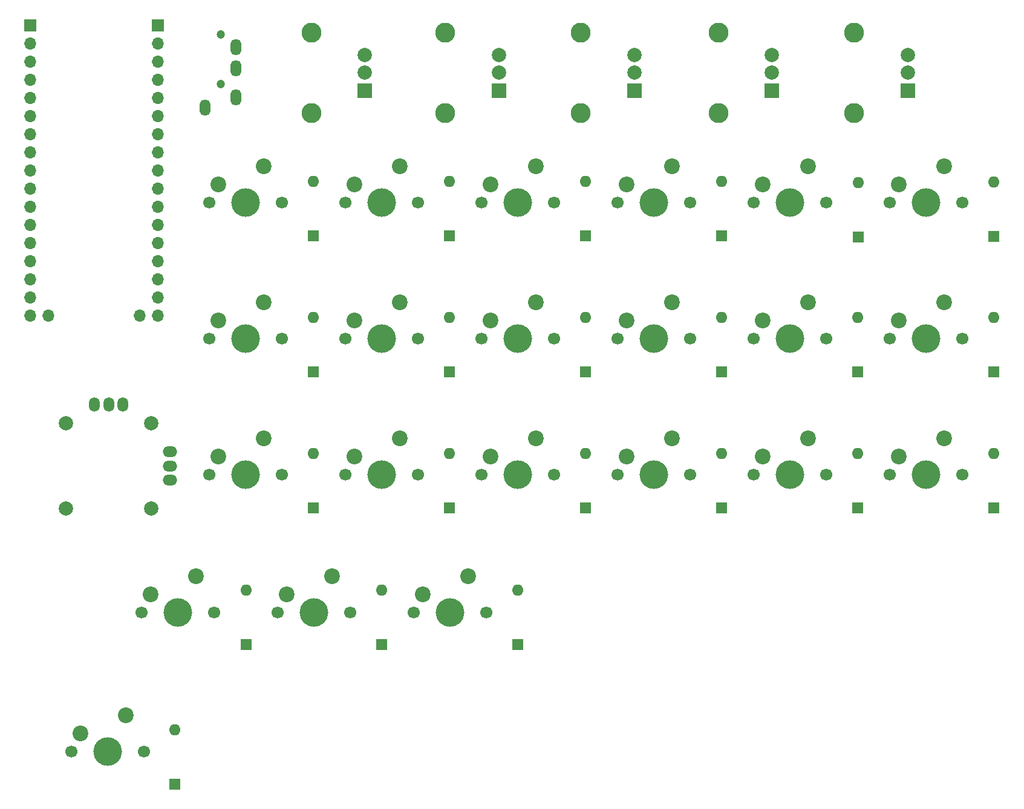
<source format=gbr>
%TF.GenerationSoftware,KiCad,Pcbnew,9.0.0*%
%TF.CreationDate,2025-03-26T22:33:01+09:00*%
%TF.ProjectId,keyboard,6b657962-6f61-4726-942e-6b696361645f,rev?*%
%TF.SameCoordinates,Original*%
%TF.FileFunction,Soldermask,Bot*%
%TF.FilePolarity,Negative*%
%FSLAX46Y46*%
G04 Gerber Fmt 4.6, Leading zero omitted, Abs format (unit mm)*
G04 Created by KiCad (PCBNEW 9.0.0) date 2025-03-26 22:33:01*
%MOMM*%
%LPD*%
G01*
G04 APERTURE LIST*
%ADD10R,1.600000X1.600000*%
%ADD11O,1.600000X1.600000*%
%ADD12C,1.700000*%
%ADD13C,4.000000*%
%ADD14C,2.200000*%
%ADD15C,2.010000*%
%ADD16O,1.500000X2.000000*%
%ADD17O,2.000000X1.500000*%
%ADD18R,2.000000X2.000000*%
%ADD19C,2.000000*%
%ADD20C,2.800000*%
%ADD21R,1.700000X1.700000*%
%ADD22O,1.700000X1.700000*%
%ADD23C,1.200000*%
%ADD24O,1.500000X2.300000*%
G04 APERTURE END LIST*
D10*
%TO.C,D12*%
X114800000Y-88260000D03*
D11*
X114800000Y-80640000D03*
%TD*%
D10*
%TO.C,D9*%
X171950000Y-88260000D03*
D11*
X171950000Y-80640000D03*
%TD*%
D12*
%TO.C,SW12*%
X100209000Y-83554000D03*
D13*
X105289000Y-83554000D03*
D12*
X110369000Y-83554000D03*
D14*
X107829000Y-78474000D03*
X101479000Y-81014000D03*
%TD*%
D10*
%TO.C,D6*%
X114800000Y-69210000D03*
D11*
X114800000Y-61590000D03*
%TD*%
D12*
%TO.C,SW14*%
X176409000Y-102604000D03*
D13*
X181489000Y-102604000D03*
D12*
X186569000Y-102604000D03*
D14*
X184029000Y-97524000D03*
X177679000Y-100064000D03*
%TD*%
D10*
%TO.C,D20*%
X124380000Y-126435000D03*
D11*
X124380000Y-118815000D03*
%TD*%
D10*
%TO.C,D3*%
X171950000Y-69210000D03*
D11*
X171950000Y-61590000D03*
%TD*%
D15*
%TO.C,J5*%
X80137500Y-95387500D03*
X80137500Y-107387500D03*
X92137500Y-95387500D03*
X92137500Y-107387500D03*
D16*
X88137500Y-92787500D03*
D17*
X94737500Y-103387500D03*
D16*
X86137500Y-92787500D03*
X84137500Y-92787500D03*
D17*
X94737500Y-99387500D03*
X94737500Y-101387500D03*
%TD*%
D12*
%TO.C,SW18*%
X100209000Y-102604000D03*
D13*
X105289000Y-102604000D03*
D12*
X110369000Y-102604000D03*
D14*
X107829000Y-97524000D03*
X101479000Y-100064000D03*
%TD*%
D10*
%TO.C,D13*%
X210050000Y-107310000D03*
D11*
X210050000Y-99690000D03*
%TD*%
D10*
%TO.C,D1*%
X210050000Y-69255000D03*
D11*
X210050000Y-61635000D03*
%TD*%
D12*
%TO.C,SW17*%
X119259000Y-102604000D03*
D13*
X124339000Y-102604000D03*
D12*
X129419000Y-102604000D03*
D14*
X126879000Y-97524000D03*
X120529000Y-100064000D03*
%TD*%
D18*
%TO.C,SW25*%
X159750000Y-48850000D03*
D19*
X159750000Y-43850000D03*
X159750000Y-46350000D03*
D20*
X152250000Y-51950000D03*
X152250000Y-40750000D03*
%TD*%
D10*
%TO.C,D21*%
X105380000Y-126435000D03*
D11*
X105380000Y-118815000D03*
%TD*%
D12*
%TO.C,SW20*%
X109769000Y-121924000D03*
D13*
X114849000Y-121924000D03*
D12*
X119929000Y-121924000D03*
D14*
X117389000Y-116844000D03*
X111039000Y-119384000D03*
%TD*%
D12*
%TO.C,SW1*%
X195459000Y-64504000D03*
D13*
X200539000Y-64504000D03*
D12*
X205619000Y-64504000D03*
D14*
X203079000Y-59424000D03*
X196729000Y-61964000D03*
%TD*%
D18*
%TO.C,SW23*%
X198000000Y-48850000D03*
D19*
X198000000Y-43850000D03*
X198000000Y-46350000D03*
D20*
X190500000Y-51950000D03*
X190500000Y-40750000D03*
%TD*%
D12*
%TO.C,SW11*%
X119259000Y-83554000D03*
D13*
X124339000Y-83554000D03*
D12*
X129419000Y-83554000D03*
D14*
X126879000Y-78474000D03*
X120529000Y-81014000D03*
%TD*%
D10*
%TO.C,D17*%
X133850000Y-107310000D03*
D11*
X133850000Y-99690000D03*
%TD*%
D10*
%TO.C,D5*%
X133850000Y-69210000D03*
D11*
X133850000Y-61590000D03*
%TD*%
D10*
%TO.C,D19*%
X143380000Y-126435000D03*
D11*
X143380000Y-118815000D03*
%TD*%
D12*
%TO.C,SW9*%
X157359000Y-83554000D03*
D13*
X162439000Y-83554000D03*
D12*
X167519000Y-83554000D03*
D14*
X164979000Y-78474000D03*
X158629000Y-81014000D03*
%TD*%
D12*
%TO.C,SW10*%
X138309000Y-83554000D03*
D13*
X143389000Y-83554000D03*
D12*
X148469000Y-83554000D03*
D14*
X145929000Y-78474000D03*
X139579000Y-81014000D03*
%TD*%
D10*
%TO.C,D11*%
X133850000Y-88260000D03*
D11*
X133850000Y-80640000D03*
%TD*%
D12*
%TO.C,SW15*%
X157359000Y-102604000D03*
D13*
X162439000Y-102604000D03*
D12*
X167519000Y-102604000D03*
D14*
X164979000Y-97524000D03*
X158629000Y-100064000D03*
%TD*%
D10*
%TO.C,D4*%
X152900000Y-69210000D03*
D11*
X152900000Y-61590000D03*
%TD*%
D12*
%TO.C,SW5*%
X119259000Y-64504000D03*
D13*
X124339000Y-64504000D03*
D12*
X129419000Y-64504000D03*
D14*
X126879000Y-59424000D03*
X120529000Y-61964000D03*
%TD*%
D21*
%TO.C,U1*%
X75200000Y-39670000D03*
D22*
X75200000Y-42210000D03*
X75200000Y-44750000D03*
X75200000Y-47290000D03*
X75200000Y-49830000D03*
X75200000Y-52370000D03*
X75200000Y-54910000D03*
X75200000Y-57450000D03*
X75200000Y-59990000D03*
X75200000Y-62530000D03*
X75200000Y-65070000D03*
X75200000Y-67610000D03*
X75200000Y-70150000D03*
X75200000Y-72690000D03*
X75200000Y-75230000D03*
X75200000Y-77770000D03*
X75200000Y-80310000D03*
X93000000Y-80310000D03*
X93000000Y-77770000D03*
X93000000Y-75230000D03*
X93000000Y-72690000D03*
X93000000Y-70150000D03*
X93000000Y-67610000D03*
X93000000Y-65070000D03*
X93000000Y-62530000D03*
X93000000Y-59990000D03*
X93000000Y-57450000D03*
X93000000Y-54910000D03*
X93000000Y-52370000D03*
X93000000Y-49830000D03*
X93000000Y-47290000D03*
X93000000Y-44750000D03*
X93000000Y-42210000D03*
D21*
X93000000Y-39670000D03*
D22*
X77740000Y-80310000D03*
X90460000Y-80310000D03*
%TD*%
D10*
%TO.C,D7*%
X210050000Y-88260000D03*
D11*
X210050000Y-80640000D03*
%TD*%
D12*
%TO.C,SW13*%
X195459000Y-102604000D03*
D13*
X200539000Y-102604000D03*
D12*
X205619000Y-102604000D03*
D14*
X203079000Y-97524000D03*
X196729000Y-100064000D03*
%TD*%
D10*
%TO.C,D18*%
X114800000Y-107310000D03*
D11*
X114800000Y-99690000D03*
%TD*%
D10*
%TO.C,D15*%
X171950000Y-107310000D03*
D11*
X171950000Y-99690000D03*
%TD*%
D18*
%TO.C,SW24*%
X179000000Y-48850000D03*
D19*
X179000000Y-43850000D03*
X179000000Y-46350000D03*
D20*
X171500000Y-51950000D03*
X171500000Y-40750000D03*
%TD*%
D12*
%TO.C,SW2*%
X176409000Y-64504000D03*
D13*
X181489000Y-64504000D03*
D12*
X186569000Y-64504000D03*
D14*
X184029000Y-59424000D03*
X177679000Y-61964000D03*
%TD*%
D23*
%TO.C,J4*%
X101800000Y-40950000D03*
X101800000Y-47950000D03*
D24*
X103950000Y-45750000D03*
X103950000Y-42750000D03*
X99650000Y-51250000D03*
X103950000Y-49750000D03*
%TD*%
D18*
%TO.C,SW26*%
X140750000Y-48850000D03*
D19*
X140750000Y-43850000D03*
X140750000Y-46350000D03*
D20*
X133250000Y-51950000D03*
X133250000Y-40750000D03*
%TD*%
D10*
%TO.C,D8*%
X191000000Y-88260000D03*
D11*
X191000000Y-80640000D03*
%TD*%
D18*
%TO.C,SW27*%
X122000000Y-48850000D03*
D19*
X122000000Y-43850000D03*
X122000000Y-46350000D03*
D20*
X114500000Y-51950000D03*
X114500000Y-40750000D03*
%TD*%
D10*
%TO.C,D2*%
X191049000Y-69310000D03*
D11*
X191049000Y-61690000D03*
%TD*%
D12*
%TO.C,SW3*%
X157359000Y-64504000D03*
D13*
X162439000Y-64504000D03*
D12*
X167519000Y-64504000D03*
D14*
X164979000Y-59424000D03*
X158629000Y-61964000D03*
%TD*%
D12*
%TO.C,SW4*%
X138309000Y-64504000D03*
D13*
X143389000Y-64504000D03*
D12*
X148469000Y-64504000D03*
D14*
X145929000Y-59424000D03*
X139579000Y-61964000D03*
%TD*%
D12*
%TO.C,SW6*%
X100209000Y-64504000D03*
D13*
X105289000Y-64504000D03*
D12*
X110369000Y-64504000D03*
D14*
X107829000Y-59424000D03*
X101479000Y-61964000D03*
%TD*%
D12*
%TO.C,SW8*%
X176409000Y-83554000D03*
D13*
X181489000Y-83554000D03*
D12*
X186569000Y-83554000D03*
D14*
X184029000Y-78474000D03*
X177679000Y-81014000D03*
%TD*%
D10*
%TO.C,D22*%
X95380000Y-145935000D03*
D11*
X95380000Y-138315000D03*
%TD*%
D12*
%TO.C,SW22*%
X80899000Y-141424000D03*
D13*
X85979000Y-141424000D03*
D12*
X91059000Y-141424000D03*
D14*
X88519000Y-136344000D03*
X82169000Y-138884000D03*
%TD*%
D10*
%TO.C,D16*%
X152900000Y-107310000D03*
D11*
X152900000Y-99690000D03*
%TD*%
D10*
%TO.C,D10*%
X152900000Y-88260000D03*
D11*
X152900000Y-80640000D03*
%TD*%
D10*
%TO.C,D14*%
X191000000Y-107310000D03*
D11*
X191000000Y-99690000D03*
%TD*%
D12*
%TO.C,SW19*%
X128819000Y-121924000D03*
D13*
X133899000Y-121924000D03*
D12*
X138979000Y-121924000D03*
D14*
X136439000Y-116844000D03*
X130089000Y-119384000D03*
%TD*%
D12*
%TO.C,SW7*%
X195459000Y-83554000D03*
D13*
X200539000Y-83554000D03*
D12*
X205619000Y-83554000D03*
D14*
X203079000Y-78474000D03*
X196729000Y-81014000D03*
%TD*%
D12*
%TO.C,SW16*%
X138309000Y-102604000D03*
D13*
X143389000Y-102604000D03*
D12*
X148469000Y-102604000D03*
D14*
X145929000Y-97524000D03*
X139579000Y-100064000D03*
%TD*%
D12*
%TO.C,SW21*%
X90719000Y-121924000D03*
D13*
X95799000Y-121924000D03*
D12*
X100879000Y-121924000D03*
D14*
X98339000Y-116844000D03*
X91989000Y-119384000D03*
%TD*%
M02*

</source>
